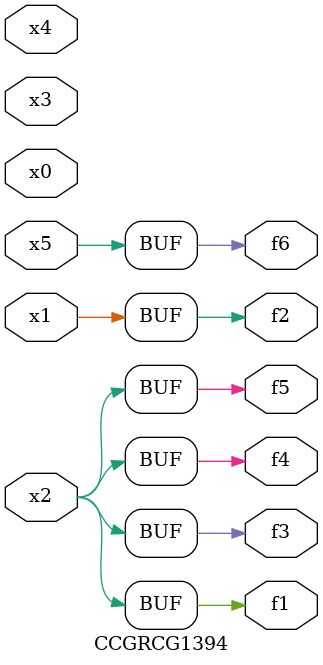
<source format=v>
module CCGRCG1394(
	input x0, x1, x2, x3, x4, x5,
	output f1, f2, f3, f4, f5, f6
);
	assign f1 = x2;
	assign f2 = x1;
	assign f3 = x2;
	assign f4 = x2;
	assign f5 = x2;
	assign f6 = x5;
endmodule

</source>
